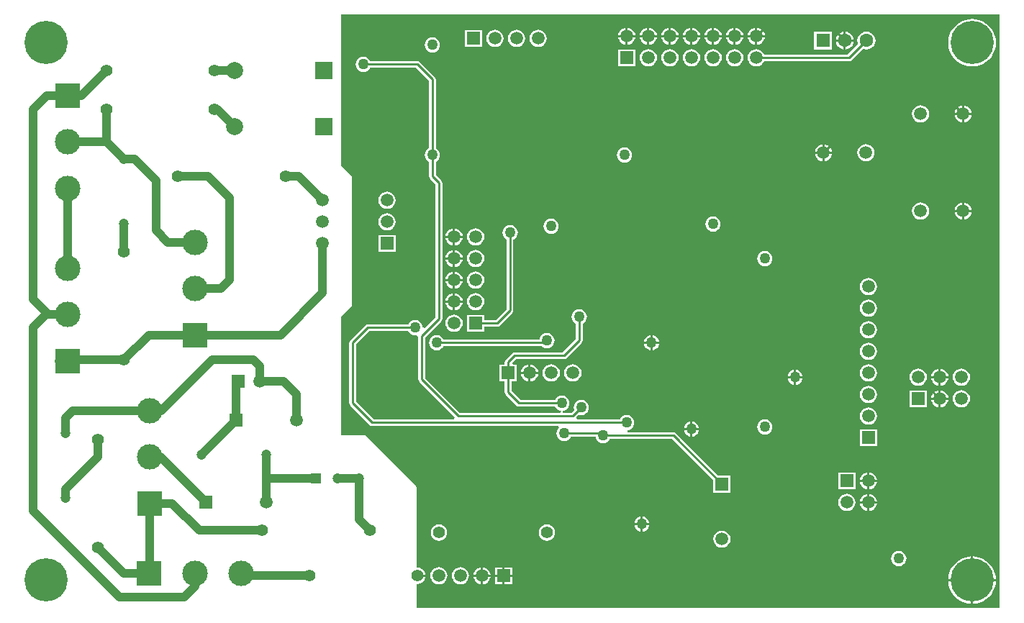
<source format=gbl>
%FSTAX53Y53*%
%MOMM*%
%SFA1B1*%

%IPPOS*%
%AMD1010*
%
%ADD10C,1.019998*%
%ADD11C,0.250000*%
%ADD12C,2.999994*%
%ADD13R,2.999994X2.999994*%
%ADD14R,1.499997X1.499997*%
%ADD15C,1.499997*%
%ADD16R,1.599997X1.599997*%
%ADD17C,1.599997*%
%ADD18C,1.399997*%
%ADD19R,1.499997X1.499997*%
%ADD20C,2.999994*%
%ADD21R,2.999994X2.999994*%
%ADD22C,1.199998*%
%ADD23R,2.999994X2.999994*%
%ADD24R,1.199998X1.199998*%
%ADD25C,1.999996*%
%ADD26R,1.999996X1.999996*%
%ADD27C,5.079990*%
%ADD28C,1.269997*%
%LNmain_board_pcb-1*%
%LPD*%
G36*
X00144729Y00054609D02*
X00076149D01*
Y00057419*
X00076199Y00057459*
X00076449Y00057489*
X00076679Y00057589*
X00076879Y00057739*
X00077029Y00057939*
X00077129Y00058169*
X00077149Y00058289*
X00076199*
Y00058549*
X00077149*
X00077129Y00058669*
X00077029Y00058899*
X00076879Y00059099*
X00076679Y00059249*
X00076449Y00059349*
X00076199Y00059379*
X00076149Y00059419*
Y00068869*
X00070109Y00074929*
X00067259*
Y00087629*
Y00088899*
X00068529Y00090169*
Y00105409*
X00067259Y00106679*
Y00124459*
X00144729*
Y00054609*
G37*
%LNmain_board_pcb-2*%
%LPC*%
G36*
X00129289Y00083309D02*
X00129019Y00083269D01*
X00128779Y00083169*
X00128569Y00083009*
X00128409Y00082799*
X00128309Y00082559*
X00128269Y00082299*
X00128309Y00082029*
X00128409Y00081789*
X00128569Y00081579*
X00128779Y00081419*
X00129019Y00081319*
X00129289Y00081279*
X00129549Y00081319*
X00129789Y00081419*
X00129999Y00081579*
X00130159Y00081789*
X00130259Y00082029*
X00130299Y00082299*
X00130259Y00082559*
X00130159Y00082799*
X00129999Y00083009*
X00129789Y00083169*
X00129549Y00083269*
X00129289Y00083309*
G37*
G36*
X00089279Y00082169D02*
X00088409D01*
X00088429Y00082029*
X00088529Y00081789*
X00088689Y00081579*
X00088899Y00081419*
X00089149Y00081319*
X00089279Y00081299*
Y00082169*
G37*
G36*
X00094489Y00083309D02*
X00094229Y00083269D01*
X00093979Y00083169*
X00093769Y00083009*
X00093609Y00082799*
X00093509Y00082559*
X00093479Y00082299*
X00093509Y00082029*
X00093609Y00081789*
X00093769Y00081579*
X00093979Y00081419*
X00094229Y00081319*
X00094489Y00081279*
X00094749Y00081319*
X00094989Y00081419*
X00095199Y00081579*
X00095359Y00081789*
X00095469Y00082029*
X00095499Y00082299*
X00095469Y00082559*
X00095359Y00082799*
X00095199Y00083009*
X00094989Y00083169*
X00094749Y00083269*
X00094489Y00083309*
G37*
G36*
X00121529Y00081659D02*
X00120779D01*
Y00080909*
X00120879Y00080919*
X00121099Y00081009*
X00121279Y00081149*
X00121429Y00081339*
X00121519Y00081559*
X00121529Y00081659*
G37*
G36*
X00091949Y00083309D02*
X00091689Y00083269D01*
X00091439Y00083169*
X00091229Y00083009*
X00091069Y00082799*
X00090969Y00082559*
X00090939Y00082299*
X00090969Y00082029*
X00091069Y00081789*
X00091229Y00081579*
X00091439Y00081419*
X00091689Y00081319*
X00091949Y00081279*
X00092209Y00081319*
X00092449Y00081419*
X00092659Y00081579*
X00092819Y00081789*
X00092929Y00082029*
X00092959Y00082299*
X00092929Y00082559*
X00092819Y00082799*
X00092659Y00083009*
X00092449Y00083169*
X00092209Y00083269*
X00091949Y00083309*
G37*
G36*
X00137539Y00082779D02*
X00137409Y00082769D01*
X00137159Y00082659*
X00136949Y00082499*
X00136789Y00082289*
X00136689Y00082049*
X00136669Y00081919*
X00137539*
Y00082779*
G37*
G36*
X00137789D02*
Y00081919D01*
X00138659*
X00138649Y00082049*
X00138539Y00082289*
X00138379Y00082499*
X00138169Y00082659*
X00137929Y00082769*
X00137789Y00082779*
G37*
G36*
X00120779Y00082669D02*
Y00081919D01*
X00121529*
X00121519Y00082019*
X00121429Y00082239*
X00121279Y00082419*
X00121099Y00082559*
X00120879Y00082649*
X00120779Y00082669*
G37*
G36*
X00090399Y00082169D02*
X00089539D01*
Y00081299*
X00089669Y00081319*
X00089909Y00081419*
X00090119Y00081579*
X00090279Y00081789*
X00090389Y00082029*
X00090399Y00082169*
G37*
G36*
X00120519Y00082669D02*
X00120419Y00082649D01*
X00120199Y00082559*
X00120019Y00082419*
X00119869Y00082239*
X00119779Y00082019*
X00119769Y00081919*
X00120519*
Y00082669*
G37*
G36*
X00137539Y00080239D02*
X00137409Y00080229D01*
X00137159Y00080119*
X00136949Y00079959*
X00136789Y00079749*
X00136689Y00079509*
X00136669Y00079379*
X00137539*
Y00080239*
G37*
G36*
X00137789D02*
Y00079379D01*
X00138659*
X00138649Y00079509*
X00138539Y00079749*
X00138379Y00079959*
X00138169Y00080119*
X00137929Y00080229*
X00137789Y00080239*
G37*
G36*
X00129289Y00080769D02*
X00129019Y00080729D01*
X00128779Y00080629*
X00128569Y00080469*
X00128409Y00080259*
X00128309Y00080019*
X00128269Y00079759*
X00128309Y00079489*
X00128409Y00079249*
X00128569Y00079039*
X00128779Y00078879*
X00129019Y00078779*
X00129289Y00078739*
X00129549Y00078779*
X00129789Y00078879*
X00129999Y00079039*
X00130159Y00079249*
X00130259Y00079489*
X00130299Y00079759*
X00130259Y00080019*
X00130159Y00080259*
X00129999Y00080469*
X00129789Y00080629*
X00129549Y00080729*
X00129289Y00080769*
G37*
G36*
X00137539Y00079119D02*
X00136669D01*
X00136689Y00078989*
X00136789Y00078739*
X00136949Y00078529*
X00137159Y00078369*
X00137409Y00078269*
X00137539Y00078249*
Y00079119*
G37*
G36*
X00138659D02*
X00137789D01*
Y00078249*
X00137929Y00078269*
X00138169Y00078369*
X00138379Y00078529*
X00138539Y00078739*
X00138649Y00078989*
X00138659Y00079119*
G37*
G36*
Y00081659D02*
X00137789D01*
Y00080789*
X00137929Y00080809*
X00138169Y00080909*
X00138379Y00081069*
X00138539Y00081279*
X00138649Y00081529*
X00138659Y00081659*
G37*
G36*
X00120519D02*
X00119769D01*
X00119779Y00081559*
X00119869Y00081339*
X00120019Y00081149*
X00120199Y00081009*
X00120419Y00080919*
X00120519Y00080909*
Y00081659*
G37*
G36*
X00137539D02*
X00136669D01*
X00136689Y00081529*
X00136789Y00081279*
X00136949Y00081069*
X00137159Y00080909*
X00137409Y00080809*
X00137539Y00080789*
Y00081659*
G37*
G36*
X00135129Y00082799D02*
X00134869Y00082769D01*
X00134619Y00082659*
X00134409Y00082499*
X00134249Y00082289*
X00134149Y00082049*
X00134119Y00081789*
X00134149Y00081529*
X00134249Y00081279*
X00134409Y00081069*
X00134619Y00080909*
X00134869Y00080809*
X00135129Y00080779*
X00135389Y00080809*
X00135629Y00080909*
X00135839Y00081069*
X00135999Y00081279*
X00136109Y00081529*
X00136139Y00081789*
X00136109Y00082049*
X00135999Y00082289*
X00135839Y00082499*
X00135629Y00082659*
X00135389Y00082769*
X00135129Y00082799*
G37*
G36*
X00140209D02*
X00139949Y00082769D01*
X00139699Y00082659*
X00139489Y00082499*
X00139329Y00082289*
X00139229Y00082049*
X00139199Y00081789*
X00139229Y00081529*
X00139329Y00081279*
X00139489Y00081069*
X00139699Y00080909*
X00139949Y00080809*
X00140209Y00080779*
X00140469Y00080809*
X00140709Y00080909*
X00140919Y00081069*
X00141079Y00081279*
X00141189Y00081529*
X00141219Y00081789*
X00141189Y00082049*
X00141079Y00082289*
X00140919Y00082499*
X00140709Y00082659*
X00140469Y00082769*
X00140209Y00082799*
G37*
G36*
X00083059Y00091689D02*
X00082799Y00091659D01*
X00082549Y00091549*
X00082339Y00091389*
X00082179Y00091179*
X00082079Y00090939*
X00082049Y00090679*
X00082079Y00090419*
X00082179Y00090169*
X00082339Y00089959*
X00082549Y00089799*
X00082799Y00089699*
X00083059Y00089669*
X00083319Y00089699*
X00083559Y00089799*
X00083769Y00089959*
X00083929Y00090169*
X00084039Y00090419*
X00084069Y00090679*
X00084039Y00090939*
X00083929Y00091179*
X00083769Y00091389*
X00083559Y00091549*
X00083319Y00091659*
X00083059Y00091689*
G37*
G36*
X00080389Y00090549D02*
X00079519D01*
X00079539Y00090419*
X00079639Y00090169*
X00079799Y00089959*
X00080009Y00089799*
X00080259Y00089699*
X00080389Y00089679*
Y00090549*
G37*
G36*
X00129289Y00090929D02*
X00129019Y00090889D01*
X00128779Y00090789*
X00128569Y00090629*
X00128409Y00090419*
X00128309Y00090179*
X00128269Y00089919*
X00128309Y00089649*
X00128409Y00089409*
X00128569Y00089199*
X00128779Y00089039*
X00129019Y00088939*
X00129289Y00088899*
X00129549Y00088939*
X00129789Y00089039*
X00129999Y00089199*
X00130159Y00089409*
X00130259Y00089649*
X00130299Y00089919*
X00130259Y00090179*
X00130159Y00090419*
X00129999Y00090629*
X00129789Y00090789*
X00129549Y00090889*
X00129289Y00090929*
G37*
G36*
X00069849Y00119509D02*
X00069619Y00119479D01*
X00069399Y00119389*
X00069219Y00119249*
X00069069Y00119069*
X00068979Y00118849*
X00068949Y00118619*
X00068979Y00118389*
X00069069Y00118169*
X00069219Y00117979*
X00069399Y00117839*
X00069619Y00117749*
X00069849Y00117719*
X00070079Y00117749*
X00070299Y00117839*
X00070479Y00117979*
X00070629Y00118169*
X00070649Y00118229*
X00076039*
X00077589Y00116679*
Y00108749*
X00077529Y00108729*
X00077339Y00108579*
X00077199Y00108399*
X00077109Y00108179*
X00077079Y00107949*
X00077109Y00107719*
X00077199Y00107499*
X00077339Y00107319*
X00077529Y00107169*
X00077589Y00107149*
Y00105409*
X00077619Y00105259*
X00077699Y00105139*
X00078349Y00104489*
Y00088809*
X00077139Y00087589*
X00076839Y00087629*
X00076809Y00087859*
X00076719Y00088079*
X00076579Y00088259*
X00076389Y00088409*
X00076179Y00088499*
X00075949Y00088529*
X00075709Y00088499*
X00075499Y00088409*
X00075309Y00088259*
X00075169Y00088079*
X00075139Y00088019*
X00070359*
X00070229Y00087989*
X00070209*
X00070079Y00087899*
X00068309Y00086129*
X00068219Y00085999*
X00068189Y00085849*
Y00078739*
X00068219Y00078589*
X00068309Y00078469*
X00070589Y00076179*
X00070719Y00076099*
X00070869Y00076069*
X00092769*
X00092849Y00075829*
X00092839Y00075819*
X00092699Y00075629*
X00092609Y00075419*
X00092579Y00075179*
X00092609Y00074949*
X00092699Y00074739*
X00092839Y00074549*
X00093019Y00074409*
X00093239Y00074319*
X00093469Y00074289*
X00093699Y00074319*
X00093919Y00074409*
X00094109Y00074549*
X00094249Y00074739*
X00094269Y00074799*
X00097169*
X00097179Y00074699*
X00097269Y00074479*
X00097409Y00074299*
X00097599Y00074149*
X00097809Y00074059*
X00098039Y00074029*
X00098279Y00074059*
X00098489Y00074149*
X00098679Y00074299*
X00098819Y00074479*
X00098849Y00074539*
X00106169*
X00111019Y00069689*
Y00068229*
X00113029*
Y00070239*
X00111569*
X00106599Y00075199*
X00106479Y00075289*
X00106329Y00075319*
X00100969*
X00100959Y00075329*
X00100949Y00075569*
X00101069Y00075589*
X00101289Y00075679*
X00101469Y00075819*
X00101609Y00076009*
X00101699Y00076219*
X00101729Y00076449*
X00101699Y00076689*
X00101609Y00076899*
X00101469Y00077089*
X00101289Y00077229*
X00101069Y00077319*
X00100839Y00077349*
X00100609Y00077319*
X00100389Y00077229*
X00100199Y00077089*
X00100059Y00076899*
X00100039Y00076839*
X00094999*
X00094899Y00077079*
X00095209Y00077389*
X00095269Y00077369*
X00095499Y00077339*
X00095739Y00077369*
X00095949Y00077459*
X00096139Y00077599*
X00096279Y00077779*
X00096369Y00077999*
X00096399Y00078229*
X00096369Y00078459*
X00096279Y00078679*
X00096139Y00078869*
X00095949Y00079009*
X00095739Y00079099*
X00095499Y00079129*
X00095269Y00079099*
X00095059Y00079009*
X00094869Y00078869*
X00094729Y00078679*
X00094639Y00078459*
X00094609Y00078229*
X00094639Y00077999*
X00094659Y00077939*
X00094329Y00077599*
X00093349*
Y00077609*
X00093329Y00077859*
X00093449Y00077869*
X00093669Y00077959*
X00093849Y00078109*
X00093989Y00078289*
X00094079Y00078509*
X00094109Y00078739*
X00094079Y00078969*
X00093989Y00079189*
X00093849Y00079369*
X00093669Y00079519*
X00093449Y00079609*
X00093219Y00079639*
X00092989Y00079609*
X00092769Y00079519*
X00092579Y00079369*
X00092439Y00079189*
X00092419Y00079129*
X00088299*
X00087259Y00080169*
Y00081289*
X00087869*
Y00083299*
X00087479*
X00087389Y00083529*
X00087789Y00083939*
X00093469*
X00093619Y00083969*
X00093749Y00084049*
X00095519Y00085829*
X00095609Y00085959*
Y00085979*
X00095639Y00086109*
Y00088099*
X00095699Y00088119*
X00095879Y00088269*
X00096029Y00088449*
X00096119Y00088669*
X00096149Y00088899*
X00096119Y00089129*
X00096029Y00089349*
X00095879Y00089529*
X00095699Y00089679*
X00095479Y00089769*
X00095249Y00089799*
X00095019Y00089769*
X00094799Y00089679*
X00094619Y00089529*
X00094469Y00089349*
X00094379Y00089129*
X00094349Y00088899*
X00094379Y00088669*
X00094469Y00088449*
X00094619Y00088269*
X00094799Y00088119*
X00094859Y00088099*
Y00086269*
X00093309Y00084719*
X00087629*
X00087479Y00084689*
X00087359Y00084599*
X00086589Y00083839*
X00086509Y00083709*
X00086479Y00083569*
Y00083299*
X00085859*
Y00081289*
X00086479*
Y00080009*
X00086509Y00079859*
X00086589Y00079739*
X00087859Y00078469*
X00087989Y00078379*
X00088139Y00078349*
X00092419*
X00092439Y00078289*
X00092579Y00078109*
X00092769Y00077959*
X00092989Y00077869*
X00093109Y00077859*
X00093089Y00077609*
Y00077599*
X00081189*
X00077099Y00081689*
Y00086449*
X00079009Y00088369*
X00079099Y00088499*
X00079129Y00088649*
Y00104649*
X00079099Y00104799*
X00079009Y00104919*
X00078369Y00105569*
Y00107149*
X00078429Y00107169*
X00078609Y00107319*
X00078749Y00107499*
X00078839Y00107719*
X00078869Y00107949*
X00078839Y00108179*
X00078749Y00108399*
X00078609Y00108579*
X00078429Y00108729*
X00078369Y00108749*
Y00116839*
X00078339Y00116959*
Y00116989*
X00078249Y00117109*
X00076469Y00118889*
X00076349Y00118979*
X00076199Y00119009*
X00070649*
X00070629Y00119069*
X00070479Y00119249*
X00070299Y00119389*
X00070079Y00119479*
X00069849Y00119509*
G37*
G36*
X00087119Y00099699D02*
X00086889Y00099669D01*
X00086669Y00099579*
X00086489Y00099439*
X00086349Y00099249*
X00086259Y00099039*
X00086229Y00098809*
X00086259Y00098569*
X00086349Y00098359*
X00086489Y00098169*
X00086669Y00098029*
X00086729Y00097999*
Y00089819*
X00085439Y00088529*
X00084059*
Y00089139*
X00082049*
Y00087129*
X00084059*
Y00087749*
X00085599*
X00085749Y00087779*
X00085869Y00087859*
X00087399Y00089389*
X00087479Y00089509*
X00087509Y00089659*
Y00097999*
X00087569Y00098029*
X00087759Y00098169*
X00087899Y00098359*
X00087989Y00098569*
X00088019Y00098809*
X00087989Y00099039*
X00087899Y00099249*
X00087759Y00099439*
X00087569Y00099579*
X00087349Y00099669*
X00087119Y00099699*
G37*
G36*
X00129289Y00093469D02*
X00129019Y00093429D01*
X00128779Y00093329*
X00128569Y00093169*
X00128409Y00092959*
X00128309Y00092719*
X00128269Y00092459*
X00128309Y00092189*
X00128409Y00091949*
X00128569Y00091739*
X00128779Y00091579*
X00129019Y00091479*
X00129289Y00091439*
X00129549Y00091479*
X00129789Y00091579*
X00129999Y00091739*
X00130159Y00091949*
X00130259Y00092189*
X00130299Y00092459*
X00130259Y00092719*
X00130159Y00092959*
X00129999Y00093169*
X00129789Y00093329*
X00129549Y00093429*
X00129289Y00093469*
G37*
G36*
X00083059Y00094229D02*
X00082799Y00094199D01*
X00082549Y00094089*
X00082339Y00093929*
X00082179Y00093719*
X00082079Y00093479*
X00082049Y00093219*
X00082079Y00092959*
X00082179Y00092709*
X00082339Y00092499*
X00082549Y00092339*
X00082799Y00092239*
X00083059Y00092209*
X00083319Y00092239*
X00083559Y00092339*
X00083769Y00092499*
X00083929Y00092709*
X00084039Y00092959*
X00084069Y00093219*
X00084039Y00093479*
X00083929Y00093719*
X00083769Y00093929*
X00083559Y00094089*
X00083319Y00094199*
X00083059Y00094229*
G37*
G36*
X00080639Y00091669D02*
Y00090809D01*
X00081509*
X00081499Y00090939*
X00081389Y00091179*
X00081229Y00091389*
X00081019Y00091549*
X00080779Y00091659*
X00080639Y00091669*
G37*
G36*
X00081509Y00090549D02*
X00080639D01*
Y00089679*
X00080779Y00089699*
X00081019Y00089799*
X00081229Y00089959*
X00081389Y00090169*
X00081499Y00090419*
X00081509Y00090549*
G37*
G36*
X00080389Y00091669D02*
X00080259Y00091659D01*
X00080009Y00091549*
X00079799Y00091389*
X00079639Y00091179*
X00079539Y00090939*
X00079519Y00090809*
X00080389*
Y00091669*
G37*
G36*
X00103619Y00085719D02*
X00102869D01*
X00102889Y00085619*
X00102969Y00085399*
X00103119Y00085219*
X00103299Y00085079*
X00103519Y00084989*
X00103619Y00084969*
Y00085719*
G37*
G36*
X00104629D02*
X00103879D01*
Y00084969*
X00103979Y00084989*
X00104199Y00085079*
X00104389Y00085219*
X00104529Y00085399*
X00104619Y00085619*
X00104629Y00085719*
G37*
G36*
X00129289Y00085849D02*
X00129019Y00085809D01*
X00128779Y00085709*
X00128569Y00085549*
X00128409Y00085339*
X00128309Y00085099*
X00128269Y00084839*
X00128309Y00084569*
X00128409Y00084329*
X00128569Y00084119*
X00128779Y00083959*
X00129019Y00083859*
X00129289Y00083819*
X00129549Y00083859*
X00129789Y00083959*
X00129999Y00084119*
X00130159Y00084329*
X00130259Y00084569*
X00130299Y00084839*
X00130259Y00085099*
X00130159Y00085339*
X00129999Y00085549*
X00129789Y00085709*
X00129549Y00085809*
X00129289Y00085849*
G37*
G36*
X00089279Y00083289D02*
X00089149Y00083269D01*
X00088899Y00083169*
X00088689Y00083009*
X00088529Y00082799*
X00088429Y00082559*
X00088409Y00082419*
X00089279*
Y00083289*
G37*
G36*
X00089539D02*
Y00082419D01*
X00090399*
X00090389Y00082559*
X00090279Y00082799*
X00090119Y00083009*
X00089909Y00083169*
X00089669Y00083269*
X00089539Y00083289*
G37*
G36*
X00129289Y00088389D02*
X00129019Y00088349D01*
X00128779Y00088249*
X00128569Y00088089*
X00128409Y00087879*
X00128309Y00087639*
X00128269Y00087379*
X00128309Y00087109*
X00128409Y00086869*
X00128569Y00086659*
X00128779Y00086499*
X00129019Y00086399*
X00129289Y00086359*
X00129549Y00086399*
X00129789Y00086499*
X00129999Y00086659*
X00130159Y00086869*
X00130259Y00087109*
X00130299Y00087379*
X00130259Y00087639*
X00130159Y00087879*
X00129999Y00088089*
X00129789Y00088249*
X00129549Y00088349*
X00129289Y00088389*
G37*
G36*
X00080519Y00089149D02*
X00080259Y00089119D01*
X00080009Y00089009*
X00079799Y00088849*
X00079639Y00088639*
X00079539Y00088399*
X00079509Y00088139*
X00079539Y00087879*
X00079639Y00087629*
X00079799Y00087419*
X00080009Y00087259*
X00080259Y00087159*
X00080519Y00087129*
X00080779Y00087159*
X00081019Y00087259*
X00081229Y00087419*
X00081389Y00087629*
X00081499Y00087879*
X00081529Y00088139*
X00081499Y00088399*
X00081389Y00088639*
X00081229Y00088849*
X00081019Y00089009*
X00080779Y00089119*
X00080519Y00089149*
G37*
G36*
X00091439Y00086999D02*
X00091209Y00086969D01*
X00090989Y00086879*
X00090809Y00086739*
X00090659Y00086549*
X00090569Y00086339*
X00090559Y00086239*
X00079289*
X00079259Y00086299*
X00079119Y00086489*
X00078929Y00086629*
X00078719Y00086719*
X00078489Y00086749*
X00078249Y00086719*
X00078039Y00086629*
X00077849Y00086489*
X00077709Y00086299*
X00077619Y00086079*
X00077589Y00085849*
X00077619Y00085619*
X00077709Y00085399*
X00077849Y00085219*
X00078039Y00085079*
X00078249Y00084989*
X00078489Y00084959*
X00078719Y00084989*
X00078929Y00085079*
X00079119Y00085219*
X00079259Y00085399*
X00079289Y00085459*
X00090819*
X00090989Y00085329*
X00091209Y00085239*
X00091439Y00085209*
X00091669Y00085239*
X00091889Y00085329*
X00092069Y00085469*
X00092219Y00085659*
X00092309Y00085869*
X00092339Y00086109*
X00092309Y00086339*
X00092219Y00086549*
X00092069Y00086739*
X00091889Y00086879*
X00091669Y00086969*
X00091439Y00086999*
G37*
G36*
X00103619Y00086729D02*
X00103519Y00086719D01*
X00103299Y00086629*
X00103119Y00086489*
X00102969Y00086299*
X00102889Y00086079*
X00102869Y00085979*
X00103619*
Y00086729*
G37*
G36*
X00103879D02*
Y00085979D01*
X00104629*
X00104619Y00086079*
X00104529Y00086299*
X00104389Y00086489*
X00104199Y00086629*
X00103979Y00086719*
X00103879Y00086729*
G37*
G36*
X00136129Y00080249D02*
X00134119D01*
Y00078239*
X00136129*
Y00080249*
G37*
G36*
X00087359Y00059419D02*
X00086489D01*
Y00058549*
X00087359*
Y00059419*
G37*
G36*
X00132839Y00061349D02*
X00132609Y00061319D01*
X00132389Y00061229*
X00132209Y00061089*
X00132069Y00060899*
X00131979Y00060679*
X00131949Y00060449*
X00131979Y00060219*
X00132069Y00059999*
X00132209Y00059819*
X00132389Y00059679*
X00132609Y00059589*
X00132839Y00059559*
X00133069Y00059589*
X00133289Y00059679*
X00133479Y00059819*
X00133619Y00059999*
X00133709Y00060219*
X00133739Y00060449*
X00133709Y00060679*
X00133619Y00060899*
X00133479Y00061089*
X00133289Y00061229*
X00133069Y00061319*
X00132839Y00061349*
G37*
G36*
X00086229Y00059419D02*
X00085359D01*
Y00058549*
X00086229*
Y00059419*
G37*
G36*
X00083689D02*
X00083559Y00059399D01*
X00083309Y00059299*
X00083099Y00059139*
X00082939Y00058929*
X00082839Y00058679*
X00082819Y00058549*
X00083689*
Y00059419*
G37*
G36*
X00083949D02*
Y00058549D01*
X00084819*
X00084799Y00058679*
X00084699Y00058929*
X00084539Y00059139*
X00084329Y00059299*
X00084079Y00059399*
X00083949Y00059419*
G37*
G36*
X00102489Y00064389D02*
X00101739D01*
X00101749Y00064279*
X00101839Y00064069*
X00101979Y00063879*
X00102169Y00063739*
X00102379Y00063649*
X00102489Y00063639*
Y00064389*
G37*
G36*
X00103499D02*
X00102739D01*
Y00063639*
X00102849Y00063649*
X00103059Y00063739*
X00103249Y00063879*
X00103389Y00064069*
X00103479Y00064279*
X00103499Y00064389*
G37*
G36*
X00091439Y00064459D02*
X00091189Y00064429D01*
X00090959Y00064329*
X00090759Y00064179*
X00090609Y00063979*
X00090509Y00063749*
X00090479Y00063499*
X00090509Y00063249*
X00090609Y00063019*
X00090759Y00062819*
X00090959Y00062669*
X00091189Y00062569*
X00091439Y00062539*
X00091689Y00062569*
X00091919Y00062669*
X00092119Y00062819*
X00092269Y00063019*
X00092369Y00063249*
X00092399Y00063499*
X00092369Y00063749*
X00092269Y00063979*
X00092119Y00064179*
X00091919Y00064329*
X00091689Y00064429*
X00091439Y00064459*
G37*
G36*
X00112029Y00063739D02*
X00111769Y00063709D01*
X00111519Y00063609*
X00111309Y00063449*
X00111149Y00063239*
X00111049Y00062989*
X00111019Y00062729*
X00111049Y00062469*
X00111149Y00062229*
X00111309Y00062019*
X00111519Y00061859*
X00111769Y00061749*
X00112029Y00061719*
X00112289Y00061749*
X00112529Y00061859*
X00112739Y00062019*
X00112909Y00062229*
X00113009Y00062469*
X00113039Y00062729*
X00113009Y00062989*
X00112909Y00063239*
X00112739Y00063449*
X00112529Y00063609*
X00112289Y00063709*
X00112029Y00063739*
G37*
G36*
X00078739Y00064459D02*
X00078489Y00064429D01*
X00078259Y00064329*
X00078059Y00064179*
X00077909Y00063979*
X00077809Y00063749*
X00077779Y00063499*
X00077809Y00063249*
X00077909Y00063019*
X00078059Y00062819*
X00078259Y00062669*
X00078489Y00062569*
X00078739Y00062539*
X00078989Y00062569*
X00079219Y00062669*
X00079419Y00062819*
X00079569Y00063019*
X00079669Y00063249*
X00079699Y00063499*
X00079669Y00063749*
X00079569Y00063979*
X00079419Y00064179*
X00079219Y00064329*
X00078989Y00064429*
X00078739Y00064459*
G37*
G36*
X00081279Y00059429D02*
X00081019Y00059399D01*
X00080769Y00059299*
X00080559Y00059139*
X00080399Y00058929*
X00080299Y00058679*
X00080269Y00058419*
X00080299Y00058159*
X00080399Y00057909*
X00080559Y00057699*
X00080769Y00057539*
X00081019Y00057439*
X00081279Y00057409*
X00081539Y00057439*
X00081789Y00057539*
X00081999Y00057699*
X00082159Y00057909*
X00082259Y00058159*
X00082289Y00058419*
X00082259Y00058679*
X00082159Y00058929*
X00081999Y00059139*
X00081789Y00059299*
X00081539Y00059399*
X00081279Y00059429*
G37*
G36*
X00086229Y00058289D02*
X00085359D01*
Y00057419*
X00086229*
Y00058289*
G37*
G36*
X00078739Y00059429D02*
X00078479Y00059399D01*
X00078229Y00059299*
X00078019Y00059139*
X00077859Y00058929*
X00077759Y00058679*
X00077729Y00058419*
X00077759Y00058159*
X00077859Y00057909*
X00078019Y00057699*
X00078229Y00057539*
X00078479Y00057439*
X00078739Y00057409*
X00078999Y00057439*
X00079249Y00057539*
X00079459Y00057699*
X00079619Y00057909*
X00079719Y00058159*
X00079749Y00058419*
X00079719Y00058679*
X00079619Y00058929*
X00079459Y00059139*
X00079249Y00059299*
X00078999Y00059399*
X00078739Y00059429*
G37*
G36*
X00141349Y00057779D02*
X00138689D01*
X00138709Y00057469*
X00138809Y00057049*
X00138979Y00056639*
X00139209Y00056259*
X00139499Y00055929*
X00139829Y00055639*
X00140209Y00055409*
X00140609Y00055249*
X00141039Y00055139*
X00141349Y00055119*
Y00057779*
G37*
G36*
X00144269D02*
X00141599D01*
Y00055119*
X00141919Y00055139*
X00142339Y00055249*
X00142749Y00055409*
X00143129Y00055639*
X00143459Y00055929*
X00143749Y00056259*
X00143979Y00056639*
X00144139Y00057049*
X00144249Y00057469*
X00144269Y00057779*
G37*
G36*
X00141349Y00060699D02*
X00141039Y00060679D01*
X00140609Y00060579*
X00140209Y00060409*
X00139829Y00060179*
X00139499Y00059889*
X00139209Y00059559*
X00138979Y00059179*
X00138809Y00058779*
X00138709Y00058349*
X00138689Y00058039*
X00141349*
Y00060699*
G37*
G36*
X00141599D02*
Y00058039D01*
X00144269*
X00144249Y00058349*
X00144139Y00058779*
X00143979Y00059179*
X00143749Y00059559*
X00143459Y00059889*
X00143129Y00060179*
X00142749Y00060409*
X00142339Y00060579*
X00141919Y00060679*
X00141599Y00060699*
G37*
G36*
X00084819Y00058289D02*
X00083949D01*
Y00057419*
X00084079Y00057439*
X00084329Y00057539*
X00084539Y00057699*
X00084699Y00057909*
X00084799Y00058159*
X00084819Y00058289*
G37*
G36*
X00087359D02*
X00086489D01*
Y00057419*
X00087359*
Y00058289*
G37*
G36*
X00083689D02*
X00082819D01*
X00082839Y00058159*
X00082939Y00057909*
X00083099Y00057699*
X00083309Y00057539*
X00083559Y00057439*
X00083689Y00057419*
Y00058289*
G37*
G36*
X00108329Y00075569D02*
X00107579D01*
X00107589Y00075459*
X00107679Y00075239*
X00107819Y00075059*
X00108009Y00074919*
X00108229Y00074829*
X00108329Y00074809*
Y00075569*
G37*
G36*
X00109339D02*
X00108579D01*
Y00074809*
X00108689Y00074829*
X00108909Y00074919*
X00109089Y00075059*
X00109229Y00075239*
X00109319Y00075459*
X00109339Y00075569*
G37*
G36*
X00130289Y00075679D02*
X00128279D01*
Y00073669*
X00130289*
Y00075679*
G37*
G36*
X00129159Y00070589D02*
X00129019Y00070569D01*
X00128779Y00070469*
X00128569Y00070309*
X00128409Y00070099*
X00128309Y00069859*
X00128289Y00069719*
X00129159*
Y00070589*
G37*
G36*
X00129409D02*
Y00069719D01*
X00130279*
X00130259Y00069859*
X00130159Y00070099*
X00129999Y00070309*
X00129789Y00070469*
X00129549Y00070569*
X00129409Y00070589*
G37*
G36*
X00129289Y00078229D02*
X00129019Y00078189D01*
X00128779Y00078089*
X00128569Y00077929*
X00128409Y00077719*
X00128309Y00077479*
X00128269Y00077219*
X00128309Y00076949*
X00128409Y00076709*
X00128569Y00076499*
X00128779Y00076339*
X00129019Y00076239*
X00129289Y00076199*
X00129549Y00076239*
X00129789Y00076339*
X00129999Y00076499*
X00130159Y00076709*
X00130259Y00076949*
X00130299Y00077219*
X00130259Y00077479*
X00130159Y00077719*
X00129999Y00077929*
X00129789Y00078089*
X00129549Y00078189*
X00129289Y00078229*
G37*
G36*
X00140209Y00080259D02*
X00139949Y00080229D01*
X00139699Y00080119*
X00139489Y00079959*
X00139329Y00079749*
X00139229Y00079509*
X00139199Y00079249*
X00139229Y00078989*
X00139329Y00078739*
X00139489Y00078529*
X00139699Y00078369*
X00139949Y00078269*
X00140209Y00078239*
X00140469Y00078269*
X00140709Y00078369*
X00140919Y00078529*
X00141079Y00078739*
X00141189Y00078989*
X00141219Y00079249*
X00141189Y00079509*
X00141079Y00079749*
X00140919Y00079959*
X00140709Y00080119*
X00140469Y00080229*
X00140209Y00080259*
G37*
G36*
X00108579Y00076569D02*
Y00075819D01*
X00109339*
X00109319Y00075919*
X00109229Y00076139*
X00109089Y00076329*
X00108909Y00076469*
X00108689Y00076559*
X00108579Y00076569*
G37*
G36*
X00117089Y00076839D02*
X00116859Y00076809D01*
X00116649Y00076719*
X00116459Y00076579*
X00116319Y00076389*
X00116229Y00076179*
X00116199Y00075949*
X00116229Y00075709*
X00116319Y00075499*
X00116459Y00075309*
X00116649Y00075169*
X00116859Y00075079*
X00117089Y00075049*
X00117329Y00075079*
X00117539Y00075169*
X00117729Y00075309*
X00117869Y00075499*
X00117959Y00075709*
X00117989Y00075949*
X00117959Y00076179*
X00117869Y00076389*
X00117729Y00076579*
X00117539Y00076719*
X00117329Y00076809*
X00117089Y00076839*
G37*
G36*
X00108329Y00076569D02*
X00108229Y00076559D01*
X00108009Y00076469*
X00107819Y00076329*
X00107679Y00076139*
X00107589Y00075919*
X00107579Y00075819*
X00108329*
Y00076569*
G37*
G36*
X00129159Y00066929D02*
X00128289D01*
X00128309Y00066789*
X00128409Y00066549*
X00128569Y00066339*
X00128779Y00066179*
X00129019Y00066079*
X00129159Y00066059*
Y00066929*
G37*
G36*
X00130279D02*
X00129409D01*
Y00066059*
X00129549Y00066079*
X00129789Y00066179*
X00129999Y00066339*
X00130159Y00066549*
X00130259Y00066789*
X00130279Y00066929*
G37*
G36*
X00126749Y00068069D02*
X00126479Y00068029D01*
X00126239Y00067929*
X00126029Y00067769*
X00125869Y00067559*
X00125769Y00067319*
X00125729Y00067059*
X00125769Y00066789*
X00125869Y00066549*
X00126029Y00066339*
X00126239Y00066179*
X00126479Y00066079*
X00126749Y00066039*
X00127009Y00066079*
X00127249Y00066179*
X00127459Y00066339*
X00127619Y00066549*
X00127719Y00066789*
X00127759Y00067059*
X00127719Y00067319*
X00127619Y00067559*
X00127459Y00067769*
X00127249Y00067929*
X00127009Y00068029*
X00126749Y00068069*
G37*
G36*
X00102489Y00065399D02*
X00102379Y00065379D01*
X00102169Y00065289*
X00101979Y00065149*
X00101839Y00064959*
X00101749Y00064749*
X00101739Y00064639*
X00102489*
Y00065399*
G37*
G36*
X00102739D02*
Y00064639D01*
X00103499*
X00103479Y00064749*
X00103389Y00064959*
X00103249Y00065149*
X00103059Y00065289*
X00102849Y00065379*
X00102739Y00065399*
G37*
G36*
X00129159Y00069469D02*
X00128289D01*
X00128309Y00069329*
X00128409Y00069089*
X00128569Y00068879*
X00128779Y00068719*
X00129019Y00068619*
X00129159Y00068599*
Y00069469*
G37*
G36*
X00130279D02*
X00129409D01*
Y00068599*
X00129549Y00068619*
X00129789Y00068719*
X00129999Y00068879*
X00130159Y00069089*
X00130259Y00069329*
X00130279Y00069469*
G37*
G36*
X00127749Y00070599D02*
X00125739D01*
Y00068589*
X00127749*
Y00070599*
G37*
G36*
X00129159Y00068049D02*
X00129019Y00068029D01*
X00128779Y00067929*
X00128569Y00067769*
X00128409Y00067559*
X00128309Y00067319*
X00128289Y00067179*
X00129159*
Y00068049*
G37*
G36*
X00129409D02*
Y00067179D01*
X00130279*
X00130259Y00067319*
X00130159Y00067559*
X00129999Y00067769*
X00129789Y00067929*
X00129549Y00068029*
X00129409Y00068049*
G37*
G36*
X00103249Y00121789D02*
X00102379D01*
X00102399Y00121659*
X00102499Y00121409*
X00102659Y00121199*
X00102869Y00121039*
X00103119Y00120939*
X00103249Y00120919*
Y00121789*
G37*
G36*
X00104369D02*
X00103499D01*
Y00120919*
X00103639Y00120939*
X00103879Y00121039*
X00104089Y00121199*
X00104249Y00121409*
X00104359Y00121659*
X00104369Y00121789*
G37*
G36*
X00101829D02*
X00100959D01*
Y00120919*
X00101099Y00120939*
X00101339Y00121039*
X00101549Y00121199*
X00101709Y00121409*
X00101819Y00121659*
X00101829Y00121789*
G37*
G36*
X00083809Y00122669D02*
X00081799D01*
Y00120659*
X00083809*
Y00122669*
G37*
G36*
X00100709Y00121789D02*
X00099839D01*
X00099859Y00121659*
X00099959Y00121409*
X00100119Y00121199*
X00100329Y00121039*
X00100579Y00120939*
X00100709Y00120919*
Y00121789*
G37*
G36*
X00109449D02*
X00108579D01*
Y00120919*
X00108719Y00120939*
X00108959Y00121039*
X00109169Y00121199*
X00109329Y00121409*
X00109439Y00121659*
X00109449Y00121789*
G37*
G36*
X00110869D02*
X00109999D01*
X00110019Y00121659*
X00110119Y00121409*
X00110279Y00121199*
X00110489Y00121039*
X00110739Y00120939*
X00110869Y00120919*
Y00121789*
G37*
G36*
X00108329D02*
X00107459D01*
X00107479Y00121659*
X00107579Y00121409*
X00107739Y00121199*
X00107949Y00121039*
X00108199Y00120939*
X00108329Y00120919*
Y00121789*
G37*
G36*
X00105789D02*
X00104919D01*
X00104939Y00121659*
X00105039Y00121409*
X00105199Y00121199*
X00105409Y00121039*
X00105659Y00120939*
X00105789Y00120919*
Y00121789*
G37*
G36*
X00106909D02*
X00106039D01*
Y00120919*
X00106179Y00120939*
X00106419Y00121039*
X00106629Y00121199*
X00106789Y00121409*
X00106899Y00121659*
X00106909Y00121789*
G37*
G36*
X00129029Y00122479D02*
X00128759Y00122439D01*
X00128499Y00122329*
X00128279Y00122159*
X00128109Y00121939*
X00128009Y00121689*
X00127969Y00121409*
X00128009Y00121139*
X00128059Y00120989*
X00126839Y00119769*
X00116999*
X00116949Y00119889*
X00116789Y00120099*
X00116579Y00120259*
X00116339Y00120359*
X00116079Y00120389*
X00115819Y00120359*
X00115569Y00120259*
X00115359Y00120099*
X00115199Y00119889*
X00115099Y00119639*
X00115069Y00119379*
X00115099Y00119119*
X00115199Y00118869*
X00115359Y00118659*
X00115569Y00118499*
X00115819Y00118399*
X00116079Y00118369*
X00116339Y00118399*
X00116579Y00118499*
X00116789Y00118659*
X00116949Y00118869*
X00116999Y00118989*
X00126999*
X00127149Y00119019*
X00127269Y00119109*
X00128609Y00120439*
X00128759Y00120389*
X00129029Y00120349*
X00129309Y00120389*
X00129559Y00120489*
X00129779Y00120659*
X00129949Y00120879*
X00130059Y00121139*
X00130099Y00121409*
X00130059Y00121689*
X00129949Y00121939*
X00129779Y00122159*
X00129559Y00122329*
X00129309Y00122439*
X00129029Y00122479*
G37*
G36*
X00125009Y00122469D02*
X00122899D01*
Y00120359*
X00125009*
Y00122469*
G37*
G36*
X00077979Y00121799D02*
X00077749Y00121769D01*
X00077529Y00121679*
X00077339Y00121539*
X00077199Y00121349*
X00077109Y00121139*
X00077079Y00120899*
X00077109Y00120669*
X00077199Y00120459*
X00077339Y00120269*
X00077529Y00120129*
X00077749Y00120039*
X00077979Y00120009*
X00078209Y00120039*
X00078429Y00120129*
X00078609Y00120269*
X00078749Y00120459*
X00078839Y00120669*
X00078869Y00120899*
X00078839Y00121139*
X00078749Y00121349*
X00078609Y00121539*
X00078429Y00121679*
X00078209Y00121769*
X00077979Y00121799*
G37*
G36*
X00113539Y00120389D02*
X00113279Y00120359D01*
X00113029Y00120259*
X00112819Y00120099*
X00112659Y00119889*
X00112559Y00119639*
X00112529Y00119379*
X00112559Y00119119*
X00112659Y00118869*
X00112819Y00118659*
X00113029Y00118499*
X00113279Y00118399*
X00113539Y00118369*
X00113799Y00118399*
X00114039Y00118499*
X00114249Y00118659*
X00114409Y00118869*
X00114519Y00119119*
X00114549Y00119379*
X00114519Y00119639*
X00114409Y00119889*
X00114249Y00120099*
X00114039Y00120259*
X00113799Y00120359*
X00113539Y00120389*
G37*
G36*
X00101839Y00120379D02*
X00099829D01*
Y00118379*
X00101839*
Y00120379*
G37*
G36*
X00087879Y00122679D02*
X00087619Y00122639D01*
X00087379Y00122539*
X00087169Y00122379*
X00087009Y00122169*
X00086909Y00121929*
X00086869Y00121669*
X00086909Y00121399*
X00087009Y00121159*
X00087169Y00120949*
X00087379Y00120789*
X00087619Y00120689*
X00087879Y00120649*
X00088149Y00120689*
X00088389Y00120789*
X00088599Y00120949*
X00088759Y00121159*
X00088859Y00121399*
X00088899Y00121669*
X00088859Y00121929*
X00088759Y00122169*
X00088599Y00122379*
X00088389Y00122539*
X00088149Y00122639*
X00087879Y00122679*
G37*
G36*
X00090419D02*
X00090159Y00122639D01*
X00089919Y00122539*
X00089709Y00122379*
X00089549Y00122169*
X00089449Y00121929*
X00089409Y00121669*
X00089449Y00121399*
X00089549Y00121159*
X00089709Y00120949*
X00089919Y00120789*
X00090159Y00120689*
X00090419Y00120649*
X00090689Y00120689*
X00090929Y00120789*
X00091139Y00120949*
X00091299Y00121159*
X00091399Y00121399*
X00091439Y00121669*
X00091399Y00121929*
X00091299Y00122169*
X00091139Y00122379*
X00090929Y00122539*
X00090689Y00122639*
X00090419Y00122679*
G37*
G36*
X00085339D02*
X00085079Y00122639D01*
X00084839Y00122539*
X00084629Y00122379*
X00084469Y00122169*
X00084369Y00121929*
X00084329Y00121669*
X00084369Y00121399*
X00084469Y00121159*
X00084629Y00120949*
X00084839Y00120789*
X00085079Y00120689*
X00085339Y00120649*
X00085609Y00120689*
X00085849Y00120789*
X00086059Y00120949*
X00086219Y00121159*
X00086319Y00121399*
X00086359Y00121669*
X00086319Y00121929*
X00086219Y00122169*
X00086059Y00122379*
X00085849Y00122539*
X00085609Y00122639*
X00085339Y00122679*
G37*
G36*
X00126359Y00121289D02*
X00125449D01*
X00125469Y00121139*
X00125569Y00120879*
X00125739Y00120659*
X00125959Y00120489*
X00126219Y00120389*
X00126359Y00120369*
Y00121289*
G37*
G36*
X00127539D02*
X00126619D01*
Y00120369*
X00126769Y00120389*
X00127019Y00120489*
X00127239Y00120659*
X00127409Y00120879*
X00127519Y00121139*
X00127539Y00121289*
G37*
G36*
X00111989Y00121789D02*
X00111119D01*
Y00120919*
X00111259Y00120939*
X00111499Y00121039*
X00111709Y00121199*
X00111869Y00121409*
X00111979Y00121659*
X00111989Y00121789*
G37*
G36*
X00108579Y00122919D02*
Y00122049D01*
X00109449*
X00109439Y00122179*
X00109329Y00122429*
X00109169Y00122639*
X00108959Y00122799*
X00108719Y00122899*
X00108579Y00122919*
G37*
G36*
X00110869D02*
X00110739Y00122899D01*
X00110489Y00122799*
X00110279Y00122639*
X00110119Y00122429*
X00110019Y00122179*
X00109999Y00122049*
X00110869*
Y00122919*
G37*
G36*
X00108329D02*
X00108199Y00122899D01*
X00107949Y00122799*
X00107739Y00122639*
X00107579Y00122429*
X00107479Y00122179*
X00107459Y00122049*
X00108329*
Y00122919*
G37*
G36*
X00105789D02*
X00105659Y00122899D01*
X00105409Y00122799*
X00105199Y00122639*
X00105039Y00122429*
X00104939Y00122179*
X00104919Y00122049*
X00105789*
Y00122919*
G37*
G36*
X00106039D02*
Y00122049D01*
X00106909*
X00106899Y00122179*
X00106789Y00122429*
X00106629Y00122639*
X00106419Y00122799*
X00106179Y00122899*
X00106039Y00122919*
G37*
G36*
X00115949D02*
X00115819Y00122899D01*
X00115569Y00122799*
X00115359Y00122639*
X00115199Y00122429*
X00115099Y00122179*
X00115079Y00122049*
X00115949*
Y00122919*
G37*
G36*
X00116209D02*
Y00122049D01*
X00117069*
X00117059Y00122179*
X00116949Y00122429*
X00116789Y00122639*
X00116579Y00122799*
X00116339Y00122899*
X00116209Y00122919*
G37*
G36*
X00113669D02*
Y00122049D01*
X00114529*
X00114519Y00122179*
X00114409Y00122429*
X00114249Y00122639*
X00114039Y00122799*
X00113799Y00122899*
X00113669Y00122919*
G37*
G36*
X00111119D02*
Y00122049D01*
X00111989*
X00111979Y00122179*
X00111869Y00122429*
X00111709Y00122639*
X00111499Y00122799*
X00111259Y00122899*
X00111119Y00122919*
G37*
G36*
X00113409D02*
X00113279Y00122899D01*
X00113029Y00122799*
X00112819Y00122639*
X00112659Y00122429*
X00112559Y00122179*
X00112539Y00122049*
X00113409*
Y00122919*
G37*
G36*
X00117069Y00121789D02*
X00116209D01*
Y00120919*
X00116339Y00120939*
X00116579Y00121039*
X00116789Y00121199*
X00116949Y00121409*
X00117059Y00121659*
X00117069Y00121789*
G37*
G36*
X00126359Y00122459D02*
X00126219Y00122439D01*
X00125959Y00122329*
X00125739Y00122159*
X00125569Y00121939*
X00125469Y00121689*
X00125449Y00121539*
X00126359*
Y00122459*
G37*
G36*
X00115949Y00121789D02*
X00115079D01*
X00115099Y00121659*
X00115199Y00121409*
X00115359Y00121199*
X00115569Y00121039*
X00115819Y00120939*
X00115949Y00120919*
Y00121789*
G37*
G36*
X00113409D02*
X00112539D01*
X00112559Y00121659*
X00112659Y00121409*
X00112819Y00121199*
X00113029Y00121039*
X00113279Y00120939*
X00113409Y00120919*
Y00121789*
G37*
G36*
X00114529D02*
X00113669D01*
Y00120919*
X00113799Y00120939*
X00114039Y00121039*
X00114249Y00121199*
X00114409Y00121409*
X00114519Y00121659*
X00114529Y00121789*
G37*
G36*
X00103249Y00122919D02*
X00103119Y00122899D01*
X00102869Y00122799*
X00102659Y00122639*
X00102499Y00122429*
X00102399Y00122179*
X00102379Y00122049*
X00103249*
Y00122919*
G37*
G36*
X00103499D02*
Y00122049D01*
X00104369*
X00104359Y00122179*
X00104249Y00122429*
X00104089Y00122639*
X00103879Y00122799*
X00103639Y00122899*
X00103499Y00122919*
G37*
G36*
X00100959D02*
Y00122049D01*
X00101829*
X00101819Y00122179*
X00101709Y00122429*
X00101549Y00122639*
X00101339Y00122799*
X00101099Y00122899*
X00100959Y00122919*
G37*
G36*
X00126619Y00122459D02*
Y00121539D01*
X00127539*
X00127519Y00121689*
X00127409Y00121939*
X00127239Y00122159*
X00127019Y00122329*
X00126769Y00122439*
X00126619Y00122459*
G37*
G36*
X00100709Y00122919D02*
X00100579Y00122899D01*
X00100329Y00122799*
X00100119Y00122639*
X00099959Y00122429*
X00099859Y00122179*
X00099839Y00122049*
X00100709*
Y00122919*
G37*
G36*
X00080389Y00099289D02*
X00080259Y00099279D01*
X00080009Y00099169*
X00079799Y00099009*
X00079639Y00098799*
X00079539Y00098559*
X00079519Y00098429*
X00080389*
Y00099289*
G37*
G36*
X00080639D02*
Y00098429D01*
X00081509*
X00081499Y00098559*
X00081389Y00098799*
X00081229Y00099009*
X00081019Y00099169*
X00080779Y00099279*
X00080639Y00099289*
G37*
G36*
X00081509Y00098169D02*
X00080639D01*
Y00097299*
X00080779Y00097319*
X00081019Y00097419*
X00081229Y00097579*
X00081389Y00097789*
X00081499Y00098039*
X00081509Y00098169*
G37*
G36*
X00083059Y00099309D02*
X00082799Y00099279D01*
X00082549Y00099169*
X00082339Y00099009*
X00082179Y00098799*
X00082079Y00098559*
X00082049Y00098299*
X00082079Y00098039*
X00082179Y00097789*
X00082339Y00097579*
X00082549Y00097419*
X00082799Y00097319*
X00083059Y00097289*
X00083319Y00097319*
X00083559Y00097419*
X00083769Y00097579*
X00083929Y00097789*
X00084039Y00098039*
X00084069Y00098299*
X00084039Y00098559*
X00083929Y00098799*
X00083769Y00099009*
X00083559Y00099169*
X00083319Y00099279*
X00083059Y00099309*
G37*
G36*
X00080389Y00098169D02*
X00079519D01*
X00079539Y00098039*
X00079639Y00097789*
X00079799Y00097579*
X00080009Y00097419*
X00080259Y00097319*
X00080389Y00097299*
Y00098169*
G37*
G36*
X00135419Y00102359D02*
X00135159Y00102319D01*
X00134919Y00102219*
X00134709Y00102059*
X00134539Y00101849*
X00134439Y00101609*
X00134409Y00101349*
X00134439Y00101079*
X00134539Y00100839*
X00134709Y00100629*
X00134919Y00100469*
X00135159Y00100369*
X00135419Y00100329*
X00135679Y00100369*
X00135929Y00100469*
X00136139Y00100629*
X00136299Y00100839*
X00136399Y00101079*
X00136429Y00101349*
X00136399Y00101609*
X00136299Y00101849*
X00136139Y00102059*
X00135929Y00102219*
X00135679Y00102319*
X00135419Y00102359*
G37*
G36*
X00140299Y00101219D02*
X00139429D01*
X00139439Y00101079*
X00139549Y00100839*
X00139709Y00100629*
X00139919Y00100469*
X00140159Y00100369*
X00140299Y00100349*
Y00101219*
G37*
G36*
X00072639Y00101089D02*
X00072379Y00101049D01*
X00072139Y00100949*
X00071929Y00100789*
X00071769Y00100579*
X00071669Y00100339*
X00071629Y00100079*
X00071669Y00099809*
X00071769Y00099569*
X00071929Y00099359*
X00072139Y00099199*
X00072379Y00099099*
X00072639Y00099059*
X00072909Y00099099*
X00073149Y00099199*
X00073359Y00099359*
X00073519Y00099569*
X00073619Y00099809*
X00073659Y00100079*
X00073619Y00100339*
X00073519Y00100579*
X00073359Y00100789*
X00073149Y00100949*
X00072909Y00101049*
X00072639Y00101089*
G37*
G36*
X00091949Y00100459D02*
X00091719Y00100429D01*
X00091499Y00100339*
X00091309Y00100199*
X00091169Y00100019*
X00091079Y00099799*
X00091049Y00099569*
X00091079Y00099339*
X00091169Y00099119*
X00091309Y00098929*
X00091499Y00098789*
X00091719Y00098699*
X00091949Y00098669*
X00092179Y00098699*
X00092399Y00098789*
X00092579Y00098929*
X00092719Y00099119*
X00092809Y00099339*
X00092839Y00099569*
X00092809Y00099799*
X00092719Y00100019*
X00092579Y00100199*
X00092399Y00100339*
X00092179Y00100429*
X00091949Y00100459*
G37*
G36*
X00110999Y00100719D02*
X00110769Y00100689D01*
X00110549Y00100599*
X00110359Y00100459*
X00110219Y00100269*
X00110129Y00100049*
X00110099Y00099819*
X00110129Y00099589*
X00110219Y00099369*
X00110359Y00099189*
X00110549Y00099049*
X00110769Y00098959*
X00110999Y00098929*
X00111229Y00098959*
X00111449Y00099049*
X00111629Y00099189*
X00111769Y00099369*
X00111859Y00099589*
X00111889Y00099819*
X00111859Y00100049*
X00111769Y00100269*
X00111629Y00100459*
X00111449Y00100599*
X00111229Y00100689*
X00110999Y00100719*
G37*
G36*
X00073649Y00098539D02*
X00071639D01*
Y00096529*
X00073649*
Y00098539*
G37*
G36*
X00080639Y00094209D02*
Y00093349D01*
X00081509*
X00081499Y00093479*
X00081389Y00093719*
X00081229Y00093929*
X00081019Y00094089*
X00080779Y00094199*
X00080639Y00094209*
G37*
G36*
X00083059Y00096769D02*
X00082799Y00096739D01*
X00082549Y00096629*
X00082339Y00096469*
X00082179Y00096259*
X00082079Y00096019*
X00082049Y00095759*
X00082079Y00095499*
X00082179Y00095249*
X00082339Y00095039*
X00082549Y00094879*
X00082799Y00094779*
X00083059Y00094749*
X00083319Y00094779*
X00083559Y00094879*
X00083769Y00095039*
X00083929Y00095249*
X00084039Y00095499*
X00084069Y00095759*
X00084039Y00096019*
X00083929Y00096259*
X00083769Y00096469*
X00083559Y00096629*
X00083319Y00096739*
X00083059Y00096769*
G37*
G36*
X00080389Y00094209D02*
X00080259Y00094199D01*
X00080009Y00094089*
X00079799Y00093929*
X00079639Y00093719*
X00079539Y00093479*
X00079519Y00093349*
X00080389*
Y00094209*
G37*
G36*
Y00093089D02*
X00079519D01*
X00079539Y00092959*
X00079639Y00092709*
X00079799Y00092499*
X00080009Y00092339*
X00080259Y00092239*
X00080389Y00092219*
Y00093089*
G37*
G36*
X00081509D02*
X00080639D01*
Y00092219*
X00080779Y00092239*
X00081019Y00092339*
X00081229Y00092499*
X00081389Y00092709*
X00081499Y00092959*
X00081509Y00093089*
G37*
G36*
X00080389Y00096749D02*
X00080259Y00096739D01*
X00080009Y00096629*
X00079799Y00096469*
X00079639Y00096259*
X00079539Y00096019*
X00079519Y00095889*
X00080389*
Y00096749*
G37*
G36*
X00080639D02*
Y00095889D01*
X00081509*
X00081499Y00096019*
X00081389Y00096259*
X00081229Y00096469*
X00081019Y00096629*
X00080779Y00096739*
X00080639Y00096749*
G37*
G36*
X00117089Y00096649D02*
X00116859Y00096619D01*
X00116649Y00096529*
X00116459Y00096389*
X00116319Y00096209*
X00116229Y00095989*
X00116199Y00095759*
X00116229Y00095529*
X00116319Y00095309*
X00116459Y00095119*
X00116649Y00094979*
X00116859Y00094889*
X00117089Y00094859*
X00117329Y00094889*
X00117539Y00094979*
X00117729Y00095119*
X00117869Y00095309*
X00117959Y00095529*
X00117989Y00095759*
X00117959Y00095989*
X00117869Y00096209*
X00117729Y00096389*
X00117539Y00096529*
X00117329Y00096619*
X00117089Y00096649*
G37*
G36*
X00080389Y00095629D02*
X00079519D01*
X00079539Y00095499*
X00079639Y00095249*
X00079799Y00095039*
X00080009Y00094879*
X00080259Y00094779*
X00080389Y00094759*
Y00095629*
G37*
G36*
X00081509D02*
X00080639D01*
Y00094759*
X00080779Y00094779*
X00081019Y00094879*
X00081229Y00095039*
X00081389Y00095249*
X00081499Y00095499*
X00081509Y00095629*
G37*
G36*
X00140299Y00113769D02*
X00140159Y00113749D01*
X00139919Y00113649*
X00139709Y00113489*
X00139549Y00113279*
X00139439Y00113039*
X00139429Y00112899*
X00140299*
Y00113769*
G37*
G36*
X00140549D02*
Y00112899D01*
X00141419*
X00141399Y00113039*
X00141299Y00113279*
X00141139Y00113489*
X00140929Y00113649*
X00140679Y00113749*
X00140549Y00113769*
G37*
G36*
X00141419Y00112649D02*
X00140549D01*
Y00111779*
X00140679Y00111799*
X00140929Y00111899*
X00141139Y00112059*
X00141299Y00112269*
X00141399Y00112509*
X00141419Y00112649*
G37*
G36*
X00135419Y00113789D02*
X00135159Y00113749D01*
X00134919Y00113649*
X00134709Y00113489*
X00134539Y00113279*
X00134439Y00113039*
X00134409Y00112779*
X00134439Y00112509*
X00134539Y00112269*
X00134709Y00112059*
X00134919Y00111899*
X00135159Y00111799*
X00135419Y00111759*
X00135679Y00111799*
X00135929Y00111899*
X00136139Y00112059*
X00136299Y00112269*
X00136399Y00112509*
X00136429Y00112779*
X00136399Y00113039*
X00136299Y00113279*
X00136139Y00113489*
X00135929Y00113649*
X00135679Y00113749*
X00135419Y00113789*
G37*
G36*
X00140299Y00112649D02*
X00139429D01*
X00139439Y00112509*
X00139549Y00112269*
X00139709Y00112059*
X00139919Y00111899*
X00140159Y00111799*
X00140299Y00111779*
Y00112649*
G37*
G36*
X00108459Y00120389D02*
X00108199Y00120359D01*
X00107949Y00120259*
X00107739Y00120099*
X00107579Y00119889*
X00107479Y00119639*
X00107449Y00119379*
X00107479Y00119119*
X00107579Y00118869*
X00107739Y00118659*
X00107949Y00118499*
X00108199Y00118399*
X00108459Y00118369*
X00108719Y00118399*
X00108959Y00118499*
X00109169Y00118659*
X00109329Y00118869*
X00109439Y00119119*
X00109469Y00119379*
X00109439Y00119639*
X00109329Y00119889*
X00109169Y00120099*
X00108959Y00120259*
X00108719Y00120359*
X00108459Y00120389*
G37*
G36*
X00110999D02*
X00110739Y00120359D01*
X00110489Y00120259*
X00110279Y00120099*
X00110119Y00119889*
X00110019Y00119639*
X00109989Y00119379*
X00110019Y00119119*
X00110119Y00118869*
X00110279Y00118659*
X00110489Y00118499*
X00110739Y00118399*
X00110999Y00118369*
X00111259Y00118399*
X00111499Y00118499*
X00111709Y00118659*
X00111869Y00118869*
X00111979Y00119119*
X00112009Y00119379*
X00111979Y00119639*
X00111869Y00119889*
X00111709Y00120099*
X00111499Y00120259*
X00111259Y00120359*
X00110999Y00120389*
G37*
G36*
X00105919D02*
X00105659Y00120359D01*
X00105409Y00120259*
X00105199Y00120099*
X00105039Y00119889*
X00104939Y00119639*
X00104909Y00119379*
X00104939Y00119119*
X00105039Y00118869*
X00105199Y00118659*
X00105409Y00118499*
X00105659Y00118399*
X00105919Y00118369*
X00106179Y00118399*
X00106419Y00118499*
X00106629Y00118659*
X00106789Y00118869*
X00106899Y00119119*
X00106929Y00119379*
X00106899Y00119639*
X00106789Y00119889*
X00106629Y00120099*
X00106419Y00120259*
X00106179Y00120359*
X00105919Y00120389*
G37*
G36*
X00141479Y00123959D02*
X00141039Y00123929D01*
X00140609Y00123819*
X00140209Y00123659*
X00139829Y00123429*
X00139499Y00123139*
X00139209Y00122809*
X00138979Y00122429*
X00138809Y00122019*
X00138709Y00121599*
X00138679Y00121159*
X00138709Y00120719*
X00138809Y00120289*
X00138979Y00119889*
X00139209Y00119509*
X00139499Y00119179*
X00139829Y00118889*
X00140209Y00118659*
X00140609Y00118489*
X00141039Y00118389*
X00141479Y00118359*
X00141919Y00118389*
X00142339Y00118489*
X00142749Y00118659*
X00143129Y00118889*
X00143459Y00119179*
X00143749Y00119509*
X00143979Y00119889*
X00144139Y00120289*
X00144249Y00120719*
X00144279Y00121159*
X00144249Y00121599*
X00144139Y00122019*
X00143979Y00122429*
X00143749Y00122809*
X00143459Y00123139*
X00143129Y00123429*
X00142749Y00123659*
X00142339Y00123819*
X00141919Y00123929*
X00141479Y00123959*
G37*
G36*
X00103379Y00120389D02*
X00103119Y00120359D01*
X00102869Y00120259*
X00102659Y00120099*
X00102499Y00119889*
X00102399Y00119639*
X00102369Y00119379*
X00102399Y00119119*
X00102499Y00118869*
X00102659Y00118659*
X00102869Y00118499*
X00103119Y00118399*
X00103379Y00118369*
X00103639Y00118399*
X00103879Y00118499*
X00104089Y00118659*
X00104249Y00118869*
X00104359Y00119119*
X00104389Y00119379*
X00104359Y00119639*
X00104249Y00119889*
X00104089Y00120099*
X00103879Y00120259*
X00103639Y00120359*
X00103379Y00120389*
G37*
G36*
X00072639Y00103629D02*
X00072379Y00103589D01*
X00072139Y00103489*
X00071929Y00103329*
X00071769Y00103119*
X00071669Y00102879*
X00071629Y00102619*
X00071669Y00102349*
X00071769Y00102109*
X00071929Y00101899*
X00072139Y00101739*
X00072379Y00101639*
X00072639Y00101599*
X00072909Y00101639*
X00073149Y00101739*
X00073359Y00101899*
X00073519Y00102109*
X00073619Y00102349*
X00073659Y00102619*
X00073619Y00102879*
X00073519Y00103119*
X00073359Y00103329*
X00073149Y00103489*
X00072909Y00103589*
X00072639Y00103629*
G37*
G36*
X00100579Y00108849D02*
X00100349Y00108819D01*
X00100139Y00108729*
X00099949Y00108579*
X00099809Y00108399*
X00099719Y00108179*
X00099689Y00107949*
X00099719Y00107719*
X00099809Y00107499*
X00099949Y00107319*
X00100139Y00107169*
X00100349Y00107079*
X00100579Y00107049*
X00100819Y00107079*
X00101029Y00107169*
X00101219Y00107319*
X00101359Y00107499*
X00101449Y00107719*
X00101479Y00107949*
X00101449Y00108179*
X00101359Y00108399*
X00101219Y00108579*
X00101029Y00108729*
X00100819Y00108819*
X00100579Y00108849*
G37*
G36*
X00140549Y00102339D02*
Y00101469D01*
X00141419*
X00141399Y00101609*
X00141299Y00101849*
X00141139Y00102059*
X00140929Y00102219*
X00140679Y00102319*
X00140549Y00102339*
G37*
G36*
X00141419Y00101219D02*
X00140549D01*
Y00100349*
X00140679Y00100369*
X00140929Y00100469*
X00141139Y00100629*
X00141299Y00100839*
X00141399Y00101079*
X00141419Y00101219*
G37*
G36*
X00140299Y00102339D02*
X00140159Y00102319D01*
X00139919Y00102219*
X00139709Y00102059*
X00139549Y00101849*
X00139439Y00101609*
X00139429Y00101469*
X00140299*
Y00102339*
G37*
G36*
X00123859Y00109199D02*
X00123729Y00109179D01*
X00123489Y00109079*
X00123279Y00108919*
X00123109Y00108709*
X00123009Y00108469*
X00122999Y00108329*
X00123859*
Y00109199*
G37*
G36*
X00124119D02*
Y00108329D01*
X00124989*
X00124969Y00108469*
X00124869Y00108709*
X00124709Y00108919*
X00124499Y00109079*
X00124249Y00109179*
X00124119Y00109199*
G37*
G36*
X00124989Y00108079D02*
X00124119D01*
Y00107209*
X00124249Y00107229*
X00124499Y00107329*
X00124709Y00107489*
X00124869Y00107699*
X00124969Y00107939*
X00124989Y00108079*
G37*
G36*
X00128989Y00109219D02*
X00128729Y00109179D01*
X00128489Y00109079*
X00128279Y00108919*
X00128119Y00108709*
X00128009Y00108469*
X00127979Y00108199*
X00128009Y00107939*
X00128119Y00107699*
X00128279Y00107489*
X00128489Y00107329*
X00128729Y00107229*
X00128989Y00107189*
X00129249Y00107229*
X00129499Y00107329*
X00129709Y00107489*
X00129869Y00107699*
X00129969Y00107939*
X00129999Y00108199*
X00129969Y00108469*
X00129869Y00108709*
X00129709Y00108919*
X00129499Y00109079*
X00129249Y00109179*
X00128989Y00109219*
G37*
G36*
X00123859Y00108079D02*
X00122999D01*
X00123009Y00107939*
X00123109Y00107699*
X00123279Y00107489*
X00123489Y00107329*
X00123729Y00107229*
X00123859Y00107209*
Y00108079*
G37*
%LNmain_board_pcb-3*%
%LPD*%
G36*
X00075169Y00087179D02*
X00075309Y00086999D01*
X00075499Y00086849*
X00075709Y00086759*
X00075949Y00086729*
X00076129Y00086759*
X00076319Y00086589*
Y00081529*
X00076349Y00081389*
X00076429Y00081259*
X00080619Y00077079*
X00080519Y00076839*
X00071029*
X00068969Y00078899*
Y00085689*
X00070519Y00087239*
X00075139*
X00075169Y00087179*
G37*
G54D10*
X00032509Y00089149D02*
X00032769D01*
X00030989Y00087629D02*
X00032509Y00089149D01*
X00030989Y00066039D02*
Y00087629D01*
X00050039Y00057149D02*
Y00058669D01*
X00048769Y00055879D02*
X00050039Y00057149D01*
X00041149Y00055879D02*
X00048769D01*
X00030989Y00066039D02*
X00041149Y00055879D01*
X00032769Y00089149D02*
X00035049D01*
X00030989Y00090929D02*
X00032769Y00089149D01*
X00030989Y00090929D02*
Y00113279D01*
X00032629Y00114919*
X00035049*
X00052679Y00113279D02*
X00054709Y00111249D01*
X00052319Y00113279D02*
X00052679D01*
X00045469Y00099059D02*
X00046869Y00097649D01*
X00050039*
X00045469Y00099059D02*
Y00104899D01*
X00042929Y00107439D02*
X00045469Y00104899D01*
X00041659Y00107439D02*
X00042929D01*
X00065019Y00091689D02*
Y00097539D01*
X00060079Y00086749D02*
X00065019Y00091689D01*
X00050039Y00086749D02*
X00060079D01*
X00062229Y00105409D02*
X00065019Y00102619D01*
X00060709Y00105409D02*
X00062229D01*
X00052319Y00117859D02*
X00054709D01*
X00041659Y00096519D02*
Y00099819D01*
X00055489Y00058669D02*
X00055739Y00058419D01*
X00063499*
X00069339Y00065019D02*
X00070609Y00063749D01*
X00069339Y00065019D02*
Y00069849D01*
X00066799D02*
X00069339D01*
X00058419D02*
Y00072639D01*
Y00067059D02*
Y00069849D01*
X00064259*
X00058409Y00067059D02*
X00058419D01*
X00045979Y00072389D02*
X00051309Y00067059D01*
X00044699Y00072389D02*
X00045979D01*
X00044699Y00077839D02*
X00046089D01*
X00057659Y00081279D02*
X00060449D01*
X00061969Y00076709D02*
Y00079759D01*
X00060449Y00081279D02*
X00061969Y00079759D01*
X00057659Y00081279D02*
Y00083059D01*
X00046089Y00077839D02*
X00052069Y00083819D01*
X00056899*
X00057659Y00083059*
X00054869Y00081029D02*
X00055119Y00081279D01*
X00054869Y00076709D02*
Y00081029D01*
X00050809Y00072639D02*
X00054869Y00076709D01*
X00050799Y00072639D02*
X00050809D01*
X00054099Y00093219D02*
Y00102869D01*
X00051559Y00105409D02*
X00054099Y00102869D01*
X00048009Y00105409D02*
X00051559D01*
X00053089Y00092199D02*
X00054099Y00093219D01*
X00050039Y00092199D02*
X00053089D01*
X00035049Y00094599D02*
Y00104019D01*
Y00109469D02*
X00039619D01*
Y00113279*
Y00109469D02*
X00041659Y00107439D01*
X00036689Y00114919D02*
X00039619Y00117859D01*
X00035049Y00114919D02*
X00036689D01*
X00041659Y00058669D02*
X00044589D01*
X00038609Y00061719D02*
X00041659Y00058669D01*
X00034799Y00067559D02*
Y00068579D01*
X00038609Y00072389D02*
Y00074419D01*
X00034799Y00068579D02*
X00038609Y00072389D01*
X00035679Y00077839D02*
X00044699D01*
X00034799Y00076959D02*
X00035679Y00077839D01*
X00034799Y00075179D02*
Y00076959D01*
X00044589Y00086749D02*
X00050039D01*
X00041659Y00083819D02*
X00044589Y00086749D01*
X00034149Y00083819D02*
X00041659D01*
X00034039Y00083699D02*
X00034149Y00083819D01*
X00050549Y00063749D02*
X00057909D01*
X00044699Y00066939D02*
X00047359D01*
X00050549Y00063749*
X00044699Y00058789D02*
Y00066939D01*
G54D11*
X00081029Y00077219D02*
X00094489D01*
X00095499Y00078229*
X00108459Y00075689D02*
X00114049D01*
X00114809Y00066039D02*
Y00074929D01*
X00114049Y00075689D02*
X00114809Y00074929D01*
X00102619Y00064519D02*
X00113279D01*
X00114809Y00066039*
X00124969Y00122939D02*
X00126489Y00121409D01*
X00117089Y00122939D02*
X00124969D01*
X00116079Y00121919D02*
X00117089Y00122939D01*
X00116079Y00119379D02*
X00126999D01*
X00129029Y00121409*
X00123989Y00108199D02*
X00130269Y00114479D01*
X00138719*
X00140419Y00112779*
X00129289Y00069599D02*
X00133599D01*
Y00080009D02*
X00133989Y00080389D01*
X00136519*
X00137669Y00079249*
X00113539Y00121919D02*
X00116079D01*
X00110999D02*
X00113539D01*
X00100839D02*
X00103379D01*
X00105919*
X00108459D02*
X00110999D01*
X00105919D02*
X00108459D01*
X00083819Y00058419D02*
X00086359D01*
X00070869Y00076449D02*
X00100839D01*
X00068579Y00078739D02*
X00070869Y00076449D01*
X00068579Y00078739D02*
Y00085849D01*
X00044589Y00058669D02*
X00044699Y00058789D01*
X00106329Y00074929D02*
X00112029Y00069229D01*
X00098039Y00074929D02*
X00106329D01*
X00093469Y00075179D02*
X00097789D01*
X00098039Y00074929*
X00095249Y00086109D02*
Y00088899D01*
X00093469Y00084329D02*
X00095249Y00086109D01*
X00086869Y00083569D02*
X00087629Y00084329D01*
X00086869Y00082299D02*
Y00083569D01*
X00087629Y00084329D02*
X00093469D01*
X00069849Y00118619D02*
X00076199D01*
X00077979Y00116839*
Y00105409D02*
Y00116839D01*
X00070359Y00087629D02*
X00075949D01*
X00068579Y00085849D02*
X00070359Y00087629D01*
X00078739Y00088649D02*
Y00104649D01*
X00076709Y00086609D02*
X00078739Y00088649D01*
X00076709Y00081529D02*
Y00086609D01*
Y00081529D02*
X00081029Y00077219D01*
X00077979Y00105409D02*
X00078739Y00104649D01*
X00083059Y00088139D02*
X00085599D01*
X00087119Y00089659*
Y00098809*
X00078489Y00085849D02*
X00091189D01*
X00091439Y00086109*
X00086869Y00080009D02*
Y00082299D01*
Y00080009D02*
X00088139Y00078739D01*
X00093219*
G54D12*
X00035049Y00104019D03*
Y00109469D03*
X00050039Y00097649D03*
Y00092199D03*
X00055489Y00058669D03*
X00050039D03*
X00044699Y00077839D03*
Y00072389D03*
G54D13*
X00035049Y00114919D03*
X00050039Y00086749D03*
X00044699Y00066939D03*
G54D14*
X00100839Y00119379D03*
X00055119Y00081279D03*
X00082799Y00121669D03*
X00135129Y00079249D03*
X00086359Y00058419D03*
X00086869Y00082299D03*
X00072639Y00097539D03*
X00051309Y00067059D03*
X00054869Y00076709D03*
G54D15*
X00100839Y00121919D03*
X00103379Y00119379D03*
Y00121919D03*
X00105919Y00119379D03*
Y00121919D03*
X00108459Y00119379D03*
Y00121919D03*
X00110999Y00119379D03*
Y00121919D03*
X00113539Y00119379D03*
Y00121919D03*
X00116079Y00119379D03*
Y00121919D03*
X00057659Y00081279D03*
X00112029Y00062729D03*
X00135419Y00112779D03*
X00140419D03*
X00135419Y00101349D03*
X00140419D03*
X00129289Y00067059D03*
X00126749D03*
X00129289Y00069599D03*
X00090419Y00121669D03*
X00087879D03*
X00085339D03*
X00128989Y00108199D03*
X00123989D03*
X00135129Y00081789D03*
X00137669Y00079249D03*
Y00081789D03*
X00140209Y00079249D03*
Y00081789D03*
X00078739Y00058419D03*
X00081279D03*
X00083819D03*
X00080519Y00098299D03*
X00083059D03*
X00080519Y00095759D03*
X00083059D03*
X00080519Y00093219D03*
X00083059D03*
X00080519Y00090679D03*
X00083059D03*
X00080519Y00088139D03*
X00094489Y00082299D03*
X00091949D03*
X00089409D03*
X00129289Y00077219D03*
Y00079759D03*
Y00082299D03*
Y00084839D03*
Y00087379D03*
Y00089919D03*
Y00092459D03*
X00065019Y00102619D03*
Y00100079D03*
Y00097539D03*
X00072639Y00102619D03*
Y00100079D03*
X00058409Y00067059D03*
X00061969Y00076709D03*
G54D16*
X00123949Y00121409D03*
G54D17*
X00126489Y00121409D03*
X00129029D03*
G54D18*
X00057909Y00063749D03*
X00070609D03*
X00041659Y00083819D03*
Y00096519D03*
X00091439Y00063499D03*
X00078739D03*
X00063499Y00058419D03*
X00076199D03*
X00060709Y00105409D03*
X00048009D03*
X00038609Y00061719D03*
Y00074419D03*
X00052319Y00113279D03*
X00039619D03*
X00052319Y00117859D03*
X00039619D03*
G54D19*
X00112029Y00069229D03*
X00126749Y00069599D03*
X00083059Y00088139D03*
X00129289Y00074679D03*
G54D20*
X00035049Y00094599D03*
Y00089149D03*
G54D21*
X00035049Y00083699D03*
G54D22*
X00041659Y00099819D03*
Y00107439D03*
X00066799Y00069849D03*
X00069339D03*
X00058419Y00072639D03*
X00050799D03*
X00034799Y00067559D03*
Y00075179D03*
G54D23*
X00044589Y00058669D03*
G54D24*
X00064259Y00069849D03*
G54D25*
X00054709Y00117859D03*
Y00111249D03*
G54D26*
X00065169Y00117859D03*
Y00111249D03*
G54D27*
X00141479Y00121159D03*
X00032509D03*
Y00057909D03*
X00141479D03*
G54D28*
X00093219Y00078739D03*
X00095499Y00078229D03*
X00108459Y00075689D03*
X00102619Y00064519D03*
X00100839Y00076449D03*
X00095249Y00088899D03*
X00078489Y00085849D03*
X00093469Y00075179D03*
X00098039Y00074929D03*
X00069849Y00118619D03*
X00075949Y00087629D03*
X00120649Y00081789D03*
X00117089Y00075949D03*
Y00095759D03*
X00100579Y00107949D03*
X00077979D03*
X00091949Y00099569D03*
X00077979Y00120899D03*
X00132839Y00060449D03*
X00087119Y00098809D03*
X00110999Y00099819D03*
X00103749Y00085849D03*
X00091439Y00086109D03*
M02*
</source>
